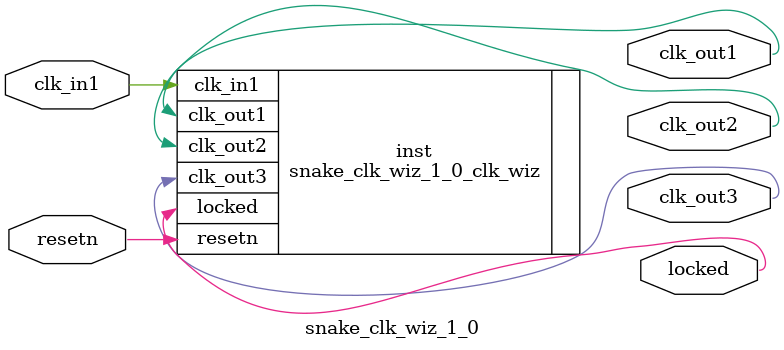
<source format=v>


`timescale 1ps/1ps

(* CORE_GENERATION_INFO = "snake_clk_wiz_1_0,clk_wiz_v6_0_3_0_0,{component_name=snake_clk_wiz_1_0,use_phase_alignment=true,use_min_o_jitter=false,use_max_i_jitter=false,use_dyn_phase_shift=false,use_inclk_switchover=false,use_dyn_reconfig=false,enable_axi=0,feedback_source=FDBK_AUTO,PRIMITIVE=MMCM,num_out_clk=3,clkin1_period=10.000,clkin2_period=10.000,use_power_down=false,use_reset=true,use_locked=true,use_inclk_stopped=false,feedback_type=SINGLE,CLOCK_MGR_TYPE=NA,manual_override=false}" *)

module snake_clk_wiz_1_0 
 (
  // Clock out ports
  output        clk_out1,
  output        clk_out2,
  output        clk_out3,
  // Status and control signals
  input         resetn,
  output        locked,
 // Clock in ports
  input         clk_in1
 );

  snake_clk_wiz_1_0_clk_wiz inst
  (
  // Clock out ports  
  .clk_out1(clk_out1),
  .clk_out2(clk_out2),
  .clk_out3(clk_out3),
  // Status and control signals               
  .resetn(resetn), 
  .locked(locked),
 // Clock in ports
  .clk_in1(clk_in1)
  );

endmodule

</source>
